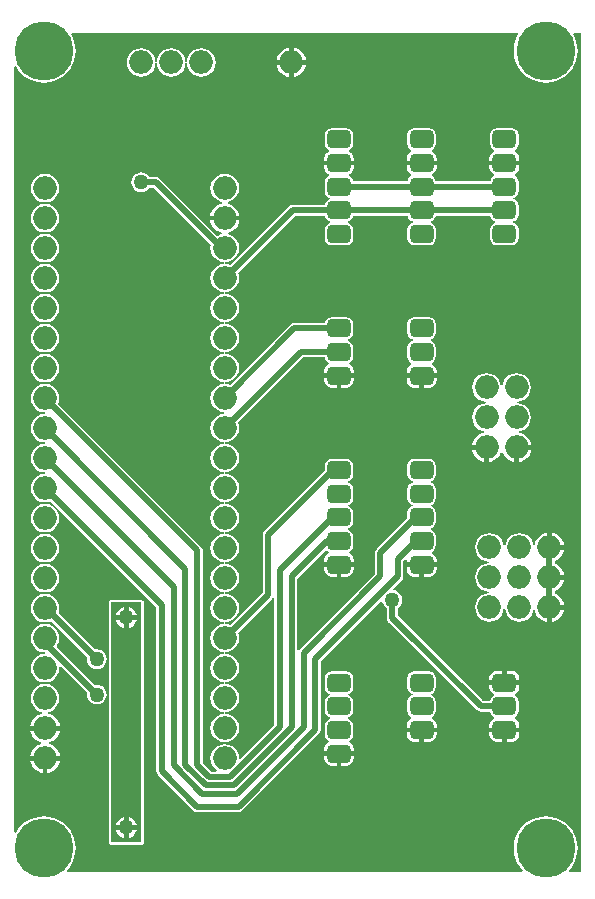
<source format=gbl>
G04*
G04 #@! TF.GenerationSoftware,Altium Limited,Altium Designer,19.1.9 (167)*
G04*
G04 Layer_Physical_Order=2*
G04 Layer_Color=16711680*
%FSLAX42Y42*%
%MOMM*%
G71*
G01*
G75*
%ADD13C,0.50*%
%ADD19O,2.00X2.00*%
G04:AMPARAMS|DCode=20|XSize=1.5mm|YSize=2mm|CornerRadius=0.38mm|HoleSize=0mm|Usage=FLASHONLY|Rotation=270.000|XOffset=0mm|YOffset=0mm|HoleType=Round|Shape=RoundedRectangle|*
%AMROUNDEDRECTD20*
21,1,1.50,1.25,0,0,270.0*
21,1,0.75,2.00,0,0,270.0*
1,1,0.75,-0.63,-0.38*
1,1,0.75,-0.63,0.38*
1,1,0.75,0.63,0.38*
1,1,0.75,0.63,-0.38*
%
%ADD20ROUNDEDRECTD20*%
%ADD21C,5.00*%
%ADD22O,2.00X2.00*%
%ADD23C,1.27*%
G36*
X8550Y2800D02*
X8451D01*
X8445Y2813D01*
X8469Y2841D01*
X8491Y2877D01*
X8508Y2916D01*
X8518Y2958D01*
X8521Y3000D01*
X8518Y3042D01*
X8508Y3084D01*
X8491Y3123D01*
X8469Y3159D01*
X8442Y3192D01*
X8409Y3219D01*
X8373Y3241D01*
X8334Y3258D01*
X8292Y3267D01*
X8250Y3271D01*
X8208Y3267D01*
X8166Y3258D01*
X8127Y3241D01*
X8091Y3219D01*
X8058Y3192D01*
X8031Y3159D01*
X8009Y3123D01*
X7992Y3084D01*
X7982Y3042D01*
X7979Y3000D01*
X7982Y2958D01*
X7992Y2916D01*
X8009Y2877D01*
X8031Y2841D01*
X8055Y2813D01*
X8049Y2800D01*
X4201D01*
X4195Y2813D01*
X4219Y2841D01*
X4241Y2877D01*
X4258Y2916D01*
X4267Y2958D01*
X4271Y3000D01*
X4267Y3042D01*
X4258Y3084D01*
X4241Y3123D01*
X4219Y3159D01*
X4192Y3192D01*
X4159Y3219D01*
X4123Y3241D01*
X4084Y3258D01*
X4042Y3267D01*
X4000Y3271D01*
X3958Y3267D01*
X3916Y3258D01*
X3877Y3241D01*
X3841Y3219D01*
X3808Y3192D01*
X3781Y3159D01*
X3763Y3130D01*
X3750Y3133D01*
Y9617D01*
X3763Y9620D01*
X3781Y9591D01*
X3808Y9558D01*
X3841Y9531D01*
X3877Y9509D01*
X3916Y9492D01*
X3958Y9482D01*
X4000Y9479D01*
X4042Y9482D01*
X4084Y9492D01*
X4123Y9509D01*
X4159Y9531D01*
X4192Y9558D01*
X4219Y9591D01*
X4241Y9627D01*
X4258Y9666D01*
X4267Y9708D01*
X4271Y9750D01*
X4267Y9792D01*
X4258Y9834D01*
X4241Y9873D01*
X4232Y9889D01*
X4238Y9900D01*
X8012Y9900D01*
X8018Y9889D01*
X8009Y9873D01*
X7992Y9834D01*
X7982Y9792D01*
X7979Y9750D01*
X7982Y9708D01*
X7992Y9666D01*
X8009Y9627D01*
X8031Y9591D01*
X8058Y9558D01*
X8091Y9531D01*
X8127Y9509D01*
X8166Y9492D01*
X8208Y9482D01*
X8250Y9479D01*
X8292Y9482D01*
X8334Y9492D01*
X8373Y9509D01*
X8409Y9531D01*
X8442Y9558D01*
X8469Y9591D01*
X8491Y9627D01*
X8508Y9666D01*
X8518Y9708D01*
X8521Y9750D01*
X8518Y9792D01*
X8508Y9834D01*
X8491Y9873D01*
X8482Y9889D01*
X8488Y9900D01*
X8550D01*
Y2800D01*
D02*
G37*
%LPC*%
G36*
X6116Y9776D02*
Y9672D01*
X6220D01*
X6218Y9685D01*
X6206Y9715D01*
X6185Y9741D01*
X6159Y9762D01*
X6129Y9774D01*
X6116Y9776D01*
D02*
G37*
G36*
X6076D02*
X6063Y9774D01*
X6033Y9762D01*
X6007Y9741D01*
X5986Y9715D01*
X5974Y9685D01*
X5972Y9672D01*
X6076D01*
Y9776D01*
D02*
G37*
G36*
X5334Y9773D02*
X5303Y9769D01*
X5273Y9757D01*
X5248Y9738D01*
X5229Y9713D01*
X5217Y9683D01*
X5214Y9661D01*
X5213Y9655D01*
X5201D01*
X5200Y9661D01*
X5197Y9683D01*
X5185Y9713D01*
X5166Y9738D01*
X5141Y9757D01*
X5111Y9769D01*
X5080Y9773D01*
X5049Y9769D01*
X5019Y9757D01*
X4994Y9738D01*
X4975Y9713D01*
X4963Y9683D01*
X4960Y9661D01*
X4959Y9655D01*
X4947D01*
X4946Y9661D01*
X4943Y9683D01*
X4931Y9713D01*
X4912Y9738D01*
X4887Y9757D01*
X4857Y9769D01*
X4826Y9773D01*
X4795Y9769D01*
X4765Y9757D01*
X4740Y9738D01*
X4721Y9713D01*
X4709Y9683D01*
X4705Y9652D01*
X4709Y9621D01*
X4721Y9591D01*
X4740Y9566D01*
X4765Y9547D01*
X4795Y9535D01*
X4826Y9531D01*
X4857Y9535D01*
X4887Y9547D01*
X4912Y9566D01*
X4931Y9591D01*
X4943Y9621D01*
X4946Y9643D01*
X4947Y9649D01*
X4959D01*
X4960Y9643D01*
X4963Y9621D01*
X4975Y9591D01*
X4994Y9566D01*
X5019Y9547D01*
X5049Y9535D01*
X5080Y9531D01*
X5111Y9535D01*
X5141Y9547D01*
X5166Y9566D01*
X5185Y9591D01*
X5197Y9621D01*
X5200Y9643D01*
X5201Y9649D01*
X5213D01*
X5214Y9643D01*
X5217Y9621D01*
X5229Y9591D01*
X5248Y9566D01*
X5273Y9547D01*
X5303Y9535D01*
X5334Y9531D01*
X5365Y9535D01*
X5395Y9547D01*
X5420Y9566D01*
X5439Y9591D01*
X5451Y9621D01*
X5455Y9652D01*
X5451Y9683D01*
X5439Y9713D01*
X5420Y9738D01*
X5395Y9757D01*
X5365Y9769D01*
X5334Y9773D01*
D02*
G37*
G36*
X6220Y9632D02*
X6116D01*
Y9528D01*
X6129Y9530D01*
X6159Y9542D01*
X6185Y9563D01*
X6206Y9589D01*
X6218Y9619D01*
X6220Y9632D01*
D02*
G37*
G36*
X6076D02*
X5972D01*
X5974Y9619D01*
X5986Y9589D01*
X6007Y9563D01*
X6033Y9542D01*
X6063Y9530D01*
X6076Y9528D01*
Y9632D01*
D02*
G37*
G36*
X6562Y9096D02*
X6438D01*
X6415Y9092D01*
X6396Y9079D01*
X6383Y9060D01*
X6379Y9038D01*
Y8962D01*
X6383Y8940D01*
X6396Y8921D01*
X6413Y8910D01*
X6413Y8900D01*
X6412Y8896D01*
X6392Y8883D01*
X6378Y8862D01*
X6373Y8838D01*
Y8820D01*
X6500D01*
X6627D01*
Y8838D01*
X6622Y8862D01*
X6608Y8883D01*
X6588Y8896D01*
X6587Y8900D01*
X6587Y8910D01*
X6604Y8921D01*
X6617Y8940D01*
X6621Y8962D01*
Y9038D01*
X6617Y9060D01*
X6604Y9079D01*
X6585Y9092D01*
X6562Y9096D01*
D02*
G37*
G36*
X7962D02*
X7838D01*
X7815Y9092D01*
X7796Y9079D01*
X7783Y9060D01*
X7779Y9038D01*
Y8962D01*
X7783Y8940D01*
X7796Y8921D01*
X7813Y8910D01*
X7813Y8900D01*
X7812Y8896D01*
X7792Y8883D01*
X7778Y8862D01*
X7773Y8838D01*
Y8820D01*
X7900D01*
X8027D01*
Y8838D01*
X8022Y8862D01*
X8008Y8883D01*
X7988Y8896D01*
X7987Y8900D01*
X7987Y8910D01*
X8004Y8921D01*
X8017Y8940D01*
X8021Y8962D01*
Y9038D01*
X8017Y9060D01*
X8004Y9079D01*
X7985Y9092D01*
X7962Y9096D01*
D02*
G37*
G36*
X7262D02*
X7138D01*
X7115Y9092D01*
X7096Y9079D01*
X7083Y9060D01*
X7079Y9038D01*
Y8962D01*
X7083Y8940D01*
X7096Y8921D01*
X7113Y8910D01*
X7113Y8900D01*
X7112Y8896D01*
X7092Y8883D01*
X7078Y8862D01*
X7073Y8838D01*
Y8820D01*
X7200D01*
X7327D01*
Y8838D01*
X7322Y8862D01*
X7308Y8883D01*
X7288Y8896D01*
X7287Y8900D01*
X7287Y8910D01*
X7304Y8921D01*
X7317Y8940D01*
X7321Y8962D01*
Y9038D01*
X7317Y9060D01*
X7304Y9079D01*
X7285Y9092D01*
X7262Y9096D01*
D02*
G37*
G36*
X5533Y8709D02*
X5502Y8705D01*
X5472Y8693D01*
X5447Y8673D01*
X5428Y8648D01*
X5416Y8619D01*
X5412Y8588D01*
X5416Y8556D01*
X5428Y8527D01*
X5447Y8502D01*
X5472Y8483D01*
X5502Y8471D01*
X5509Y8470D01*
Y8457D01*
X5500Y8456D01*
X5470Y8443D01*
X5443Y8423D01*
X5423Y8397D01*
X5411Y8366D01*
X5409Y8354D01*
X5533D01*
X5657D01*
X5655Y8366D01*
X5642Y8397D01*
X5622Y8423D01*
X5596Y8443D01*
X5566Y8456D01*
X5557Y8457D01*
Y8470D01*
X5564Y8471D01*
X5593Y8483D01*
X5618Y8502D01*
X5638Y8527D01*
X5650Y8556D01*
X5654Y8588D01*
X5650Y8619D01*
X5638Y8648D01*
X5618Y8673D01*
X5593Y8693D01*
X5564Y8705D01*
X5533Y8709D01*
D02*
G37*
G36*
X6627Y8780D02*
X6500D01*
X6373D01*
Y8762D01*
X6378Y8738D01*
X6392Y8717D01*
X6412Y8704D01*
X6413Y8700D01*
X6413Y8690D01*
X6396Y8679D01*
X6383Y8660D01*
X6379Y8638D01*
Y8562D01*
X6383Y8540D01*
X6396Y8521D01*
X6415Y8508D01*
X6424Y8506D01*
Y8494D01*
X6415Y8492D01*
X6396Y8479D01*
X6383Y8460D01*
X6381Y8446D01*
X6107D01*
X6090Y8442D01*
X6075Y8432D01*
X5579Y7937D01*
X5564Y7943D01*
X5542Y7946D01*
X5536Y7946D01*
Y7959D01*
X5542Y7960D01*
X5564Y7963D01*
X5593Y7975D01*
X5618Y7994D01*
X5638Y8019D01*
X5650Y8048D01*
X5654Y8080D01*
X5650Y8111D01*
X5638Y8140D01*
X5618Y8165D01*
X5593Y8185D01*
X5564Y8197D01*
X5557Y8198D01*
Y8210D01*
X5566Y8212D01*
X5596Y8224D01*
X5622Y8244D01*
X5642Y8270D01*
X5655Y8301D01*
X5657Y8314D01*
X5533D01*
X5409D01*
X5411Y8301D01*
X5423Y8270D01*
X5443Y8244D01*
X5470Y8224D01*
X5500Y8212D01*
X5509Y8210D01*
Y8198D01*
X5502Y8197D01*
X5472Y8185D01*
X5471Y8183D01*
X4985Y8668D01*
X4971Y8678D01*
X4953Y8682D01*
X4896D01*
X4886Y8696D01*
X4868Y8709D01*
X4848Y8717D01*
X4826Y8720D01*
X4804Y8717D01*
X4784Y8709D01*
X4766Y8696D01*
X4753Y8678D01*
X4745Y8658D01*
X4742Y8636D01*
X4745Y8614D01*
X4753Y8594D01*
X4766Y8576D01*
X4784Y8563D01*
X4804Y8555D01*
X4826Y8552D01*
X4848Y8555D01*
X4868Y8563D01*
X4886Y8576D01*
X4896Y8590D01*
X4934D01*
X5416Y8109D01*
X5412Y8080D01*
X5416Y8048D01*
X5428Y8019D01*
X5447Y7994D01*
X5472Y7975D01*
X5502Y7963D01*
X5524Y7960D01*
X5529Y7959D01*
Y7946D01*
X5524Y7946D01*
X5502Y7943D01*
X5472Y7931D01*
X5447Y7911D01*
X5428Y7886D01*
X5416Y7857D01*
X5412Y7826D01*
X5416Y7794D01*
X5428Y7765D01*
X5447Y7740D01*
X5472Y7721D01*
X5502Y7709D01*
X5524Y7706D01*
X5529Y7705D01*
Y7692D01*
X5524Y7692D01*
X5502Y7689D01*
X5472Y7677D01*
X5447Y7657D01*
X5428Y7632D01*
X5416Y7603D01*
X5412Y7572D01*
X5416Y7540D01*
X5428Y7511D01*
X5447Y7486D01*
X5472Y7467D01*
X5502Y7455D01*
X5524Y7452D01*
X5529Y7451D01*
Y7438D01*
X5524Y7438D01*
X5502Y7435D01*
X5472Y7423D01*
X5447Y7403D01*
X5428Y7378D01*
X5416Y7349D01*
X5412Y7318D01*
X5416Y7286D01*
X5428Y7257D01*
X5447Y7232D01*
X5472Y7213D01*
X5502Y7201D01*
X5524Y7198D01*
X5529Y7197D01*
Y7184D01*
X5524Y7184D01*
X5502Y7181D01*
X5472Y7169D01*
X5447Y7149D01*
X5428Y7124D01*
X5416Y7095D01*
X5412Y7064D01*
X5416Y7032D01*
X5428Y7003D01*
X5447Y6978D01*
X5472Y6959D01*
X5502Y6947D01*
X5524Y6944D01*
X5529Y6943D01*
Y6930D01*
X5524Y6930D01*
X5502Y6927D01*
X5472Y6915D01*
X5447Y6895D01*
X5428Y6870D01*
X5416Y6841D01*
X5412Y6810D01*
X5416Y6778D01*
X5428Y6749D01*
X5447Y6724D01*
X5472Y6705D01*
X5502Y6693D01*
X5524Y6690D01*
X5529Y6689D01*
Y6676D01*
X5524Y6676D01*
X5502Y6673D01*
X5472Y6661D01*
X5447Y6641D01*
X5428Y6616D01*
X5416Y6587D01*
X5412Y6556D01*
X5416Y6524D01*
X5428Y6495D01*
X5447Y6470D01*
X5472Y6451D01*
X5502Y6439D01*
X5524Y6436D01*
X5529Y6435D01*
Y6422D01*
X5524Y6422D01*
X5502Y6419D01*
X5472Y6407D01*
X5447Y6387D01*
X5428Y6362D01*
X5416Y6333D01*
X5412Y6302D01*
X5416Y6270D01*
X5428Y6241D01*
X5447Y6216D01*
X5472Y6197D01*
X5502Y6185D01*
X5524Y6182D01*
X5529Y6181D01*
Y6168D01*
X5524Y6168D01*
X5502Y6165D01*
X5472Y6153D01*
X5447Y6133D01*
X5428Y6108D01*
X5416Y6079D01*
X5412Y6048D01*
X5416Y6016D01*
X5428Y5987D01*
X5447Y5962D01*
X5472Y5943D01*
X5502Y5931D01*
X5524Y5928D01*
X5529Y5927D01*
Y5914D01*
X5524Y5914D01*
X5502Y5911D01*
X5472Y5899D01*
X5447Y5879D01*
X5428Y5854D01*
X5416Y5825D01*
X5412Y5794D01*
X5416Y5762D01*
X5428Y5733D01*
X5447Y5708D01*
X5472Y5689D01*
X5502Y5677D01*
X5524Y5674D01*
X5529Y5673D01*
Y5660D01*
X5524Y5660D01*
X5502Y5657D01*
X5472Y5645D01*
X5447Y5625D01*
X5428Y5600D01*
X5416Y5571D01*
X5412Y5540D01*
X5416Y5508D01*
X5428Y5479D01*
X5447Y5454D01*
X5472Y5435D01*
X5502Y5423D01*
X5524Y5420D01*
X5529Y5419D01*
Y5406D01*
X5524Y5406D01*
X5502Y5403D01*
X5472Y5391D01*
X5447Y5371D01*
X5428Y5346D01*
X5416Y5317D01*
X5412Y5286D01*
X5416Y5254D01*
X5428Y5225D01*
X5447Y5200D01*
X5472Y5181D01*
X5502Y5169D01*
X5524Y5166D01*
X5529Y5165D01*
Y5152D01*
X5524Y5152D01*
X5502Y5149D01*
X5472Y5137D01*
X5447Y5117D01*
X5428Y5092D01*
X5416Y5063D01*
X5412Y5032D01*
X5416Y5000D01*
X5428Y4971D01*
X5447Y4946D01*
X5472Y4927D01*
X5502Y4915D01*
X5524Y4912D01*
X5529Y4911D01*
Y4898D01*
X5524Y4898D01*
X5502Y4895D01*
X5472Y4883D01*
X5447Y4863D01*
X5428Y4838D01*
X5416Y4809D01*
X5412Y4778D01*
X5416Y4746D01*
X5428Y4717D01*
X5447Y4692D01*
X5472Y4673D01*
X5502Y4661D01*
X5524Y4658D01*
X5529Y4657D01*
Y4644D01*
X5524Y4644D01*
X5502Y4641D01*
X5472Y4629D01*
X5447Y4609D01*
X5428Y4584D01*
X5416Y4555D01*
X5412Y4524D01*
X5416Y4492D01*
X5428Y4463D01*
X5447Y4438D01*
X5472Y4419D01*
X5502Y4407D01*
X5524Y4404D01*
X5529Y4403D01*
Y4390D01*
X5524Y4390D01*
X5502Y4387D01*
X5472Y4375D01*
X5447Y4355D01*
X5428Y4330D01*
X5416Y4301D01*
X5412Y4270D01*
X5416Y4238D01*
X5428Y4209D01*
X5447Y4184D01*
X5472Y4165D01*
X5502Y4153D01*
X5524Y4150D01*
X5529Y4149D01*
Y4136D01*
X5524Y4136D01*
X5502Y4133D01*
X5472Y4121D01*
X5447Y4101D01*
X5428Y4076D01*
X5416Y4047D01*
X5412Y4016D01*
X5416Y3984D01*
X5428Y3955D01*
X5447Y3930D01*
X5472Y3911D01*
X5502Y3899D01*
X5533Y3895D01*
X5564Y3899D01*
X5593Y3911D01*
X5618Y3930D01*
X5638Y3955D01*
X5650Y3984D01*
X5654Y4016D01*
X5650Y4047D01*
X5638Y4076D01*
X5618Y4101D01*
X5593Y4121D01*
X5564Y4133D01*
X5542Y4136D01*
X5536Y4136D01*
Y4149D01*
X5542Y4150D01*
X5564Y4153D01*
X5593Y4165D01*
X5618Y4184D01*
X5638Y4209D01*
X5650Y4238D01*
X5654Y4270D01*
X5650Y4301D01*
X5638Y4330D01*
X5618Y4355D01*
X5593Y4375D01*
X5564Y4387D01*
X5542Y4390D01*
X5536Y4390D01*
Y4403D01*
X5542Y4404D01*
X5564Y4407D01*
X5593Y4419D01*
X5618Y4438D01*
X5638Y4463D01*
X5650Y4492D01*
X5654Y4524D01*
X5650Y4555D01*
X5638Y4584D01*
X5618Y4609D01*
X5593Y4629D01*
X5564Y4641D01*
X5542Y4644D01*
X5536Y4644D01*
Y4657D01*
X5542Y4658D01*
X5564Y4661D01*
X5593Y4673D01*
X5618Y4692D01*
X5638Y4717D01*
X5650Y4746D01*
X5654Y4778D01*
X5650Y4809D01*
X5644Y4824D01*
X5932Y5112D01*
X5935Y5116D01*
X5952Y5118D01*
X5954Y5116D01*
Y4040D01*
X5665Y3751D01*
X5654Y3757D01*
X5654Y3759D01*
X5650Y3790D01*
X5638Y3820D01*
X5618Y3845D01*
X5593Y3864D01*
X5564Y3876D01*
X5533Y3880D01*
X5502Y3876D01*
X5472Y3864D01*
X5447Y3845D01*
X5428Y3820D01*
X5416Y3790D01*
X5412Y3759D01*
X5416Y3728D01*
X5428Y3699D01*
X5447Y3674D01*
X5467Y3659D01*
X5462Y3646D01*
X5419D01*
X5346Y3719D01*
Y5520D01*
X5342Y5538D01*
X5332Y5552D01*
X4122Y6763D01*
X4128Y6777D01*
X4132Y6809D01*
X4128Y6840D01*
X4116Y6869D01*
X4097Y6894D01*
X4072Y6913D01*
X4043Y6926D01*
X4020Y6928D01*
X4015Y6929D01*
Y6942D01*
X4020Y6943D01*
X4043Y6946D01*
X4072Y6958D01*
X4097Y6977D01*
X4116Y7002D01*
X4128Y7031D01*
X4132Y7063D01*
X4128Y7094D01*
X4116Y7123D01*
X4097Y7148D01*
X4072Y7167D01*
X4043Y7180D01*
X4020Y7182D01*
X4015Y7183D01*
Y7196D01*
X4020Y7197D01*
X4043Y7200D01*
X4072Y7212D01*
X4097Y7231D01*
X4116Y7256D01*
X4128Y7285D01*
X4132Y7317D01*
X4128Y7348D01*
X4116Y7377D01*
X4097Y7402D01*
X4072Y7421D01*
X4043Y7434D01*
X4020Y7436D01*
X4015Y7437D01*
Y7450D01*
X4020Y7451D01*
X4043Y7454D01*
X4072Y7466D01*
X4097Y7485D01*
X4116Y7510D01*
X4128Y7539D01*
X4132Y7571D01*
X4128Y7602D01*
X4116Y7631D01*
X4097Y7656D01*
X4072Y7675D01*
X4043Y7688D01*
X4020Y7690D01*
X4015Y7691D01*
Y7704D01*
X4020Y7705D01*
X4043Y7708D01*
X4072Y7720D01*
X4097Y7739D01*
X4116Y7764D01*
X4128Y7793D01*
X4132Y7825D01*
X4128Y7856D01*
X4116Y7885D01*
X4097Y7910D01*
X4072Y7929D01*
X4043Y7942D01*
X4020Y7944D01*
X4015Y7945D01*
Y7958D01*
X4020Y7959D01*
X4043Y7962D01*
X4072Y7974D01*
X4097Y7993D01*
X4116Y8018D01*
X4128Y8047D01*
X4132Y8079D01*
X4128Y8110D01*
X4116Y8139D01*
X4097Y8164D01*
X4072Y8183D01*
X4043Y8196D01*
X4020Y8198D01*
X4015Y8199D01*
Y8212D01*
X4020Y8213D01*
X4043Y8216D01*
X4072Y8228D01*
X4097Y8247D01*
X4116Y8272D01*
X4128Y8301D01*
X4132Y8333D01*
X4128Y8364D01*
X4116Y8393D01*
X4097Y8418D01*
X4072Y8437D01*
X4043Y8450D01*
X4020Y8452D01*
X4015Y8453D01*
Y8466D01*
X4020Y8467D01*
X4043Y8470D01*
X4072Y8482D01*
X4097Y8501D01*
X4116Y8526D01*
X4128Y8555D01*
X4132Y8587D01*
X4128Y8618D01*
X4116Y8647D01*
X4097Y8672D01*
X4072Y8691D01*
X4043Y8704D01*
X4011Y8708D01*
X3980Y8704D01*
X3951Y8691D01*
X3926Y8672D01*
X3907Y8647D01*
X3894Y8618D01*
X3890Y8587D01*
X3894Y8555D01*
X3907Y8526D01*
X3926Y8501D01*
X3951Y8482D01*
X3980Y8470D01*
X4002Y8467D01*
X4008Y8466D01*
Y8453D01*
X4002Y8452D01*
X3980Y8450D01*
X3951Y8437D01*
X3926Y8418D01*
X3907Y8393D01*
X3894Y8364D01*
X3890Y8333D01*
X3894Y8301D01*
X3907Y8272D01*
X3926Y8247D01*
X3951Y8228D01*
X3980Y8216D01*
X4002Y8213D01*
X4008Y8212D01*
Y8199D01*
X4002Y8198D01*
X3980Y8196D01*
X3951Y8183D01*
X3926Y8164D01*
X3907Y8139D01*
X3894Y8110D01*
X3890Y8079D01*
X3894Y8047D01*
X3907Y8018D01*
X3926Y7993D01*
X3951Y7974D01*
X3980Y7962D01*
X4002Y7959D01*
X4008Y7958D01*
Y7945D01*
X4002Y7944D01*
X3980Y7942D01*
X3951Y7929D01*
X3926Y7910D01*
X3907Y7885D01*
X3894Y7856D01*
X3890Y7825D01*
X3894Y7793D01*
X3907Y7764D01*
X3926Y7739D01*
X3951Y7720D01*
X3980Y7708D01*
X4002Y7705D01*
X4008Y7704D01*
Y7691D01*
X4002Y7690D01*
X3980Y7688D01*
X3951Y7675D01*
X3926Y7656D01*
X3907Y7631D01*
X3894Y7602D01*
X3890Y7571D01*
X3894Y7539D01*
X3907Y7510D01*
X3926Y7485D01*
X3951Y7466D01*
X3980Y7454D01*
X4002Y7451D01*
X4008Y7450D01*
Y7437D01*
X4002Y7436D01*
X3980Y7434D01*
X3951Y7421D01*
X3926Y7402D01*
X3907Y7377D01*
X3894Y7348D01*
X3890Y7317D01*
X3894Y7285D01*
X3907Y7256D01*
X3926Y7231D01*
X3951Y7212D01*
X3980Y7200D01*
X4002Y7197D01*
X4008Y7196D01*
Y7183D01*
X4002Y7182D01*
X3980Y7180D01*
X3951Y7167D01*
X3926Y7148D01*
X3907Y7123D01*
X3894Y7094D01*
X3890Y7063D01*
X3894Y7031D01*
X3907Y7002D01*
X3926Y6977D01*
X3951Y6958D01*
X3980Y6946D01*
X4002Y6943D01*
X4008Y6942D01*
Y6929D01*
X4002Y6928D01*
X3980Y6926D01*
X3951Y6913D01*
X3926Y6894D01*
X3907Y6869D01*
X3894Y6840D01*
X3890Y6809D01*
X3894Y6777D01*
X3907Y6748D01*
X3926Y6723D01*
X3951Y6704D01*
X3980Y6692D01*
X4002Y6689D01*
X4008Y6688D01*
Y6675D01*
X4002Y6674D01*
X3980Y6672D01*
X3951Y6659D01*
X3926Y6640D01*
X3907Y6615D01*
X3894Y6586D01*
X3890Y6555D01*
X3894Y6523D01*
X3907Y6494D01*
X3926Y6469D01*
X3951Y6450D01*
X3980Y6438D01*
X4002Y6435D01*
X4008Y6434D01*
Y6421D01*
X4002Y6420D01*
X3980Y6418D01*
X3951Y6405D01*
X3926Y6386D01*
X3907Y6361D01*
X3894Y6332D01*
X3890Y6301D01*
X3894Y6269D01*
X3907Y6240D01*
X3926Y6215D01*
X3951Y6196D01*
X3980Y6184D01*
X4002Y6181D01*
X4008Y6180D01*
Y6167D01*
X4002Y6166D01*
X3980Y6164D01*
X3951Y6151D01*
X3926Y6132D01*
X3907Y6107D01*
X3894Y6078D01*
X3890Y6047D01*
X3894Y6015D01*
X3907Y5986D01*
X3926Y5961D01*
X3951Y5942D01*
X3980Y5930D01*
X4002Y5927D01*
X4008Y5926D01*
Y5913D01*
X4002Y5912D01*
X3980Y5910D01*
X3951Y5897D01*
X3926Y5878D01*
X3907Y5853D01*
X3894Y5824D01*
X3890Y5793D01*
X3894Y5761D01*
X3907Y5732D01*
X3926Y5707D01*
X3951Y5688D01*
X3980Y5676D01*
X4002Y5673D01*
X4008Y5672D01*
Y5659D01*
X4002Y5658D01*
X3980Y5656D01*
X3951Y5643D01*
X3926Y5624D01*
X3907Y5599D01*
X3894Y5570D01*
X3890Y5539D01*
X3894Y5507D01*
X3907Y5478D01*
X3926Y5453D01*
X3951Y5434D01*
X3980Y5422D01*
X4002Y5419D01*
X4008Y5418D01*
Y5405D01*
X4002Y5404D01*
X3980Y5402D01*
X3951Y5389D01*
X3926Y5370D01*
X3907Y5345D01*
X3894Y5316D01*
X3890Y5285D01*
X3894Y5253D01*
X3907Y5224D01*
X3926Y5199D01*
X3951Y5180D01*
X3980Y5168D01*
X4002Y5165D01*
X4008Y5164D01*
Y5151D01*
X4002Y5150D01*
X3980Y5148D01*
X3951Y5135D01*
X3926Y5116D01*
X3907Y5091D01*
X3894Y5062D01*
X3890Y5031D01*
X3894Y4999D01*
X3907Y4970D01*
X3926Y4945D01*
X3951Y4926D01*
X3980Y4914D01*
X4002Y4911D01*
X4008Y4910D01*
Y4897D01*
X4002Y4896D01*
X3980Y4894D01*
X3951Y4881D01*
X3926Y4862D01*
X3907Y4837D01*
X3894Y4808D01*
X3890Y4777D01*
X3894Y4745D01*
X3907Y4716D01*
X3926Y4691D01*
X3951Y4672D01*
X3980Y4660D01*
X4002Y4657D01*
X4008Y4656D01*
Y4643D01*
X4002Y4642D01*
X3980Y4640D01*
X3951Y4627D01*
X3926Y4608D01*
X3907Y4583D01*
X3894Y4554D01*
X3890Y4523D01*
X3894Y4491D01*
X3907Y4462D01*
X3926Y4437D01*
X3951Y4418D01*
X3980Y4406D01*
X4002Y4403D01*
X4008Y4402D01*
Y4389D01*
X4002Y4388D01*
X3980Y4386D01*
X3951Y4373D01*
X3926Y4354D01*
X3907Y4329D01*
X3894Y4300D01*
X3890Y4269D01*
X3894Y4237D01*
X3907Y4208D01*
X3926Y4183D01*
X3951Y4164D01*
X3980Y4152D01*
X3987Y4151D01*
Y4138D01*
X3979Y4137D01*
X3948Y4124D01*
X3922Y4104D01*
X3902Y4078D01*
X3889Y4047D01*
X3888Y4035D01*
X4011D01*
X4135D01*
X4134Y4047D01*
X4121Y4078D01*
X4101Y4104D01*
X4075Y4124D01*
X4044Y4137D01*
X4035Y4138D01*
Y4151D01*
X4043Y4152D01*
X4072Y4164D01*
X4097Y4183D01*
X4116Y4208D01*
X4128Y4237D01*
X4132Y4269D01*
X4128Y4300D01*
X4116Y4329D01*
X4097Y4354D01*
X4072Y4373D01*
X4043Y4386D01*
X4020Y4388D01*
X4015Y4389D01*
Y4402D01*
X4020Y4403D01*
X4043Y4406D01*
X4072Y4418D01*
X4097Y4437D01*
X4116Y4462D01*
X4128Y4491D01*
X4132Y4523D01*
X4131Y4537D01*
X4143Y4543D01*
X4368Y4317D01*
X4366Y4300D01*
X4369Y4278D01*
X4377Y4258D01*
X4390Y4240D01*
X4408Y4227D01*
X4428Y4219D01*
X4450Y4216D01*
X4472Y4219D01*
X4492Y4227D01*
X4510Y4240D01*
X4523Y4258D01*
X4531Y4278D01*
X4534Y4300D01*
X4531Y4322D01*
X4523Y4342D01*
X4510Y4360D01*
X4492Y4373D01*
X4472Y4381D01*
X4450Y4384D01*
X4433Y4382D01*
X4109Y4706D01*
X4116Y4716D01*
X4128Y4745D01*
X4132Y4777D01*
X4128Y4808D01*
X4116Y4837D01*
X4097Y4862D01*
X4072Y4881D01*
X4043Y4894D01*
X4020Y4896D01*
X4015Y4897D01*
Y4910D01*
X4020Y4911D01*
X4043Y4914D01*
X4063Y4922D01*
X4368Y4617D01*
X4366Y4600D01*
X4369Y4578D01*
X4377Y4558D01*
X4390Y4540D01*
X4408Y4527D01*
X4428Y4519D01*
X4450Y4516D01*
X4472Y4519D01*
X4492Y4527D01*
X4510Y4540D01*
X4523Y4558D01*
X4531Y4578D01*
X4534Y4600D01*
X4531Y4622D01*
X4523Y4642D01*
X4510Y4660D01*
X4492Y4673D01*
X4472Y4681D01*
X4450Y4684D01*
X4433Y4682D01*
X4125Y4990D01*
X4128Y4999D01*
X4132Y5031D01*
X4128Y5062D01*
X4116Y5091D01*
X4097Y5116D01*
X4072Y5135D01*
X4043Y5148D01*
X4020Y5150D01*
X4015Y5151D01*
Y5164D01*
X4020Y5165D01*
X4043Y5168D01*
X4072Y5180D01*
X4097Y5199D01*
X4116Y5224D01*
X4128Y5253D01*
X4132Y5285D01*
X4128Y5316D01*
X4116Y5345D01*
X4097Y5370D01*
X4072Y5389D01*
X4043Y5402D01*
X4020Y5404D01*
X4015Y5405D01*
Y5418D01*
X4020Y5419D01*
X4043Y5422D01*
X4072Y5434D01*
X4097Y5453D01*
X4116Y5478D01*
X4128Y5507D01*
X4132Y5539D01*
X4128Y5570D01*
X4116Y5599D01*
X4097Y5624D01*
X4072Y5643D01*
X4043Y5656D01*
X4020Y5658D01*
X4015Y5659D01*
Y5672D01*
X4020Y5673D01*
X4043Y5676D01*
X4072Y5688D01*
X4097Y5707D01*
X4116Y5732D01*
X4128Y5761D01*
X4132Y5793D01*
X4128Y5824D01*
X4116Y5853D01*
X4097Y5878D01*
X4072Y5897D01*
X4043Y5910D01*
X4020Y5912D01*
X4015Y5913D01*
Y5926D01*
X4020Y5927D01*
X4043Y5930D01*
X4057Y5936D01*
X4954Y5039D01*
Y3650D01*
X4958Y3632D01*
X4968Y3618D01*
X5268Y3318D01*
X5282Y3308D01*
X5300Y3304D01*
X5650D01*
X5668Y3308D01*
X5682Y3318D01*
X6332Y3968D01*
X6342Y3982D01*
X6346Y4000D01*
Y4581D01*
X6854Y5089D01*
X6868Y5085D01*
X6869Y5078D01*
X6877Y5058D01*
X6890Y5040D01*
X6904Y5030D01*
Y4950D01*
X6908Y4932D01*
X6918Y4918D01*
X7668Y4168D01*
X7682Y4158D01*
X7700Y4154D01*
X7781D01*
X7783Y4140D01*
X7796Y4121D01*
X7813Y4110D01*
X7813Y4100D01*
X7812Y4096D01*
X7792Y4083D01*
X7778Y4062D01*
X7773Y4038D01*
Y4020D01*
X7900D01*
X8027D01*
Y4038D01*
X8022Y4062D01*
X8008Y4083D01*
X7988Y4096D01*
X7987Y4100D01*
X7987Y4110D01*
X8004Y4121D01*
X8017Y4140D01*
X8021Y4162D01*
Y4238D01*
X8017Y4260D01*
X8004Y4279D01*
X7987Y4290D01*
X7987Y4300D01*
X7988Y4304D01*
X8008Y4317D01*
X8022Y4338D01*
X8027Y4362D01*
Y4380D01*
X7900D01*
X7773D01*
Y4362D01*
X7778Y4338D01*
X7792Y4317D01*
X7812Y4304D01*
X7813Y4300D01*
X7813Y4290D01*
X7796Y4279D01*
X7783Y4260D01*
X7781Y4246D01*
X7719D01*
X6996Y4969D01*
Y5030D01*
X7010Y5040D01*
X7023Y5058D01*
X7031Y5078D01*
X7034Y5100D01*
X7031Y5122D01*
X7023Y5142D01*
X7010Y5160D01*
X6992Y5173D01*
X6972Y5181D01*
X6965Y5182D01*
X6961Y5196D01*
X7032Y5268D01*
X7042Y5282D01*
X7046Y5300D01*
Y5431D01*
X7062Y5448D01*
X7074Y5441D01*
X7073Y5438D01*
Y5420D01*
X7200D01*
X7327D01*
Y5438D01*
X7322Y5462D01*
X7308Y5483D01*
X7288Y5496D01*
X7287Y5500D01*
X7287Y5510D01*
X7304Y5521D01*
X7317Y5540D01*
X7321Y5562D01*
Y5638D01*
X7317Y5660D01*
X7304Y5679D01*
X7285Y5692D01*
X7276Y5694D01*
Y5706D01*
X7285Y5708D01*
X7304Y5721D01*
X7317Y5740D01*
X7321Y5762D01*
Y5838D01*
X7317Y5860D01*
X7304Y5879D01*
X7285Y5892D01*
X7276Y5894D01*
Y5906D01*
X7285Y5908D01*
X7304Y5921D01*
X7317Y5940D01*
X7321Y5962D01*
Y6038D01*
X7317Y6060D01*
X7304Y6079D01*
X7285Y6092D01*
X7276Y6094D01*
Y6106D01*
X7285Y6108D01*
X7304Y6121D01*
X7317Y6140D01*
X7321Y6162D01*
Y6238D01*
X7317Y6260D01*
X7304Y6279D01*
X7285Y6292D01*
X7262Y6296D01*
X7138D01*
X7115Y6292D01*
X7096Y6279D01*
X7083Y6260D01*
X7079Y6238D01*
Y6162D01*
X7083Y6140D01*
X7096Y6121D01*
X7115Y6108D01*
X7124Y6106D01*
Y6094D01*
X7115Y6092D01*
X7096Y6079D01*
X7083Y6060D01*
X7079Y6038D01*
Y5962D01*
X7083Y5940D01*
X7096Y5921D01*
X7115Y5908D01*
X7124Y5906D01*
Y5894D01*
X7115Y5892D01*
X7096Y5879D01*
X7083Y5860D01*
X7079Y5838D01*
Y5794D01*
X6818Y5532D01*
X6808Y5518D01*
X6804Y5500D01*
Y5319D01*
X6168Y4682D01*
X6165Y4679D01*
X6148Y4677D01*
X6146Y4678D01*
Y5281D01*
X6387Y5522D01*
X6396Y5521D01*
X6413Y5510D01*
X6413Y5500D01*
X6412Y5496D01*
X6392Y5483D01*
X6378Y5462D01*
X6373Y5438D01*
Y5420D01*
X6500D01*
X6627D01*
Y5438D01*
X6622Y5462D01*
X6608Y5483D01*
X6588Y5496D01*
X6587Y5500D01*
X6587Y5510D01*
X6604Y5521D01*
X6617Y5540D01*
X6621Y5562D01*
Y5638D01*
X6617Y5660D01*
X6604Y5679D01*
X6585Y5692D01*
X6576Y5694D01*
Y5706D01*
X6585Y5708D01*
X6604Y5721D01*
X6617Y5740D01*
X6621Y5762D01*
Y5838D01*
X6617Y5860D01*
X6604Y5879D01*
X6585Y5892D01*
X6576Y5894D01*
Y5906D01*
X6585Y5908D01*
X6604Y5921D01*
X6617Y5940D01*
X6621Y5962D01*
Y6038D01*
X6617Y6060D01*
X6604Y6079D01*
X6585Y6092D01*
X6576Y6094D01*
Y6106D01*
X6585Y6108D01*
X6604Y6121D01*
X6617Y6140D01*
X6621Y6162D01*
Y6238D01*
X6617Y6260D01*
X6604Y6279D01*
X6585Y6292D01*
X6562Y6296D01*
X6438D01*
X6415Y6292D01*
X6396Y6279D01*
X6383Y6260D01*
X6379Y6238D01*
Y6194D01*
X5868Y5682D01*
X5858Y5668D01*
X5854Y5650D01*
Y5164D01*
X5579Y4889D01*
X5564Y4895D01*
X5542Y4898D01*
X5536Y4898D01*
Y4911D01*
X5542Y4912D01*
X5564Y4915D01*
X5593Y4927D01*
X5618Y4946D01*
X5638Y4971D01*
X5650Y5000D01*
X5654Y5032D01*
X5650Y5063D01*
X5638Y5092D01*
X5618Y5117D01*
X5593Y5137D01*
X5564Y5149D01*
X5542Y5152D01*
X5536Y5152D01*
Y5165D01*
X5542Y5166D01*
X5564Y5169D01*
X5593Y5181D01*
X5618Y5200D01*
X5638Y5225D01*
X5650Y5254D01*
X5654Y5286D01*
X5650Y5317D01*
X5638Y5346D01*
X5618Y5371D01*
X5593Y5391D01*
X5564Y5403D01*
X5542Y5406D01*
X5536Y5406D01*
Y5419D01*
X5542Y5420D01*
X5564Y5423D01*
X5593Y5435D01*
X5618Y5454D01*
X5638Y5479D01*
X5650Y5508D01*
X5654Y5540D01*
X5650Y5571D01*
X5638Y5600D01*
X5618Y5625D01*
X5593Y5645D01*
X5564Y5657D01*
X5542Y5660D01*
X5536Y5660D01*
Y5673D01*
X5542Y5674D01*
X5564Y5677D01*
X5593Y5689D01*
X5618Y5708D01*
X5638Y5733D01*
X5650Y5762D01*
X5654Y5794D01*
X5650Y5825D01*
X5638Y5854D01*
X5618Y5879D01*
X5593Y5899D01*
X5564Y5911D01*
X5542Y5914D01*
X5536Y5914D01*
Y5927D01*
X5542Y5928D01*
X5564Y5931D01*
X5593Y5943D01*
X5618Y5962D01*
X5638Y5987D01*
X5650Y6016D01*
X5654Y6048D01*
X5650Y6079D01*
X5638Y6108D01*
X5618Y6133D01*
X5593Y6153D01*
X5564Y6165D01*
X5542Y6168D01*
X5536Y6168D01*
Y6181D01*
X5542Y6182D01*
X5564Y6185D01*
X5593Y6197D01*
X5618Y6216D01*
X5638Y6241D01*
X5650Y6270D01*
X5654Y6302D01*
X5650Y6333D01*
X5638Y6362D01*
X5618Y6387D01*
X5593Y6407D01*
X5564Y6419D01*
X5542Y6422D01*
X5536Y6422D01*
Y6435D01*
X5542Y6436D01*
X5564Y6439D01*
X5593Y6451D01*
X5618Y6470D01*
X5638Y6495D01*
X5650Y6524D01*
X5654Y6556D01*
X5650Y6587D01*
X5644Y6602D01*
X6196Y7154D01*
X6381D01*
X6383Y7140D01*
X6396Y7121D01*
X6413Y7110D01*
X6413Y7100D01*
X6412Y7096D01*
X6392Y7083D01*
X6378Y7062D01*
X6373Y7038D01*
Y7020D01*
X6500D01*
X6627D01*
Y7038D01*
X6622Y7062D01*
X6608Y7083D01*
X6588Y7096D01*
X6587Y7100D01*
X6587Y7110D01*
X6604Y7121D01*
X6617Y7140D01*
X6621Y7162D01*
Y7238D01*
X6617Y7260D01*
X6604Y7279D01*
X6585Y7292D01*
X6576Y7294D01*
Y7306D01*
X6585Y7308D01*
X6604Y7321D01*
X6617Y7340D01*
X6621Y7362D01*
Y7438D01*
X6617Y7460D01*
X6604Y7479D01*
X6585Y7492D01*
X6562Y7496D01*
X6438D01*
X6415Y7492D01*
X6396Y7479D01*
X6383Y7460D01*
X6381Y7446D01*
X6123D01*
X6106Y7442D01*
X6091Y7432D01*
X5579Y6921D01*
X5564Y6927D01*
X5542Y6930D01*
X5536Y6930D01*
Y6943D01*
X5542Y6944D01*
X5564Y6947D01*
X5593Y6959D01*
X5618Y6978D01*
X5638Y7003D01*
X5650Y7032D01*
X5654Y7064D01*
X5650Y7095D01*
X5638Y7124D01*
X5618Y7149D01*
X5593Y7169D01*
X5564Y7181D01*
X5542Y7184D01*
X5536Y7184D01*
Y7197D01*
X5542Y7198D01*
X5564Y7201D01*
X5593Y7213D01*
X5618Y7232D01*
X5638Y7257D01*
X5650Y7286D01*
X5654Y7318D01*
X5650Y7349D01*
X5638Y7378D01*
X5618Y7403D01*
X5593Y7423D01*
X5564Y7435D01*
X5542Y7438D01*
X5536Y7438D01*
Y7451D01*
X5542Y7452D01*
X5564Y7455D01*
X5593Y7467D01*
X5618Y7486D01*
X5638Y7511D01*
X5650Y7540D01*
X5654Y7572D01*
X5650Y7603D01*
X5638Y7632D01*
X5618Y7657D01*
X5593Y7677D01*
X5564Y7689D01*
X5542Y7692D01*
X5536Y7692D01*
Y7705D01*
X5542Y7706D01*
X5564Y7709D01*
X5593Y7721D01*
X5618Y7740D01*
X5638Y7765D01*
X5650Y7794D01*
X5654Y7826D01*
X5650Y7857D01*
X5644Y7872D01*
X6126Y8354D01*
X6381D01*
X6383Y8340D01*
X6396Y8321D01*
X6415Y8308D01*
X6424Y8306D01*
Y8294D01*
X6415Y8292D01*
X6396Y8279D01*
X6383Y8260D01*
X6379Y8238D01*
Y8162D01*
X6383Y8140D01*
X6396Y8121D01*
X6415Y8108D01*
X6438Y8104D01*
X6562D01*
X6585Y8108D01*
X6604Y8121D01*
X6617Y8140D01*
X6621Y8162D01*
Y8238D01*
X6617Y8260D01*
X6604Y8279D01*
X6585Y8292D01*
X6576Y8294D01*
Y8306D01*
X6585Y8308D01*
X6604Y8321D01*
X6617Y8340D01*
X6619Y8354D01*
X7081D01*
X7083Y8340D01*
X7096Y8321D01*
X7115Y8308D01*
X7124Y8306D01*
Y8294D01*
X7115Y8292D01*
X7096Y8279D01*
X7083Y8260D01*
X7079Y8238D01*
Y8162D01*
X7083Y8140D01*
X7096Y8121D01*
X7115Y8108D01*
X7138Y8104D01*
X7262D01*
X7285Y8108D01*
X7304Y8121D01*
X7317Y8140D01*
X7321Y8162D01*
Y8238D01*
X7317Y8260D01*
X7304Y8279D01*
X7285Y8292D01*
X7276Y8294D01*
Y8306D01*
X7285Y8308D01*
X7304Y8321D01*
X7317Y8340D01*
X7319Y8354D01*
X7781D01*
X7783Y8340D01*
X7796Y8321D01*
X7815Y8308D01*
X7824Y8306D01*
Y8294D01*
X7815Y8292D01*
X7796Y8279D01*
X7783Y8260D01*
X7779Y8238D01*
Y8162D01*
X7783Y8140D01*
X7796Y8121D01*
X7815Y8108D01*
X7838Y8104D01*
X7962D01*
X7985Y8108D01*
X8004Y8121D01*
X8017Y8140D01*
X8021Y8162D01*
Y8238D01*
X8017Y8260D01*
X8004Y8279D01*
X7985Y8292D01*
X7976Y8294D01*
Y8306D01*
X7985Y8308D01*
X8004Y8321D01*
X8017Y8340D01*
X8021Y8362D01*
Y8438D01*
X8017Y8460D01*
X8004Y8479D01*
X7985Y8492D01*
X7976Y8494D01*
Y8506D01*
X7985Y8508D01*
X8004Y8521D01*
X8017Y8540D01*
X8021Y8562D01*
Y8638D01*
X8017Y8660D01*
X8004Y8679D01*
X7987Y8690D01*
X7987Y8700D01*
X7988Y8704D01*
X8008Y8717D01*
X8022Y8738D01*
X8027Y8762D01*
Y8780D01*
X7900D01*
X7773D01*
Y8762D01*
X7778Y8738D01*
X7792Y8717D01*
X7812Y8704D01*
X7813Y8700D01*
X7813Y8690D01*
X7796Y8679D01*
X7783Y8660D01*
X7781Y8646D01*
X7319D01*
X7317Y8660D01*
X7304Y8679D01*
X7287Y8690D01*
X7287Y8700D01*
X7288Y8704D01*
X7308Y8717D01*
X7322Y8738D01*
X7327Y8762D01*
Y8780D01*
X7200D01*
X7073D01*
Y8762D01*
X7078Y8738D01*
X7092Y8717D01*
X7112Y8704D01*
X7113Y8700D01*
X7113Y8690D01*
X7096Y8679D01*
X7083Y8660D01*
X7081Y8646D01*
X6619D01*
X6617Y8660D01*
X6604Y8679D01*
X6587Y8690D01*
X6587Y8700D01*
X6588Y8704D01*
X6608Y8717D01*
X6622Y8738D01*
X6627Y8762D01*
Y8780D01*
D02*
G37*
G36*
X7262Y7496D02*
X7138D01*
X7115Y7492D01*
X7096Y7479D01*
X7083Y7460D01*
X7079Y7438D01*
Y7362D01*
X7083Y7340D01*
X7096Y7321D01*
X7115Y7308D01*
X7124Y7306D01*
Y7294D01*
X7115Y7292D01*
X7096Y7279D01*
X7083Y7260D01*
X7079Y7238D01*
Y7162D01*
X7083Y7140D01*
X7096Y7121D01*
X7113Y7110D01*
X7113Y7100D01*
X7112Y7096D01*
X7092Y7083D01*
X7078Y7062D01*
X7073Y7038D01*
Y7020D01*
X7200D01*
X7327D01*
Y7038D01*
X7322Y7062D01*
X7308Y7083D01*
X7288Y7096D01*
X7287Y7100D01*
X7287Y7110D01*
X7304Y7121D01*
X7317Y7140D01*
X7321Y7162D01*
Y7238D01*
X7317Y7260D01*
X7304Y7279D01*
X7285Y7292D01*
X7276Y7294D01*
Y7306D01*
X7285Y7308D01*
X7304Y7321D01*
X7317Y7340D01*
X7321Y7362D01*
Y7438D01*
X7317Y7460D01*
X7304Y7479D01*
X7285Y7492D01*
X7262Y7496D01*
D02*
G37*
G36*
X8004Y7021D02*
X7973Y7017D01*
X7943Y7005D01*
X7918Y6986D01*
X7899Y6961D01*
X7887Y6931D01*
X7884Y6909D01*
X7883Y6903D01*
X7871D01*
X7870Y6909D01*
X7867Y6931D01*
X7855Y6961D01*
X7836Y6986D01*
X7811Y7005D01*
X7781Y7017D01*
X7750Y7021D01*
X7719Y7017D01*
X7689Y7005D01*
X7664Y6986D01*
X7645Y6961D01*
X7633Y6931D01*
X7629Y6900D01*
X7633Y6869D01*
X7645Y6839D01*
X7664Y6814D01*
X7689Y6795D01*
X7719Y6783D01*
X7741Y6780D01*
X7747Y6779D01*
Y6767D01*
X7741Y6766D01*
X7719Y6763D01*
X7689Y6751D01*
X7664Y6732D01*
X7645Y6707D01*
X7633Y6677D01*
X7629Y6646D01*
X7633Y6615D01*
X7645Y6585D01*
X7664Y6560D01*
X7689Y6541D01*
X7719Y6529D01*
X7726Y6528D01*
Y6515D01*
X7717Y6514D01*
X7687Y6502D01*
X7661Y6481D01*
X7640Y6455D01*
X7628Y6425D01*
X7626Y6412D01*
X7750D01*
Y6392D01*
X7770D01*
Y6268D01*
X7783Y6270D01*
X7813Y6282D01*
X7839Y6303D01*
X7860Y6329D01*
X7870Y6354D01*
X7884D01*
X7894Y6329D01*
X7915Y6303D01*
X7941Y6282D01*
X7971Y6270D01*
X7984Y6268D01*
Y6392D01*
X8004D01*
Y6412D01*
X8128D01*
X8126Y6425D01*
X8114Y6455D01*
X8093Y6481D01*
X8067Y6502D01*
X8037Y6514D01*
X8028Y6515D01*
Y6528D01*
X8035Y6529D01*
X8065Y6541D01*
X8090Y6560D01*
X8109Y6585D01*
X8121Y6615D01*
X8125Y6646D01*
X8121Y6677D01*
X8109Y6707D01*
X8090Y6732D01*
X8065Y6751D01*
X8035Y6763D01*
X8013Y6766D01*
X8007Y6767D01*
Y6779D01*
X8013Y6780D01*
X8035Y6783D01*
X8065Y6795D01*
X8090Y6814D01*
X8109Y6839D01*
X8121Y6869D01*
X8125Y6900D01*
X8121Y6931D01*
X8109Y6961D01*
X8090Y6986D01*
X8065Y7005D01*
X8035Y7017D01*
X8004Y7021D01*
D02*
G37*
G36*
X7327Y6980D02*
X7220D01*
Y6898D01*
X7262D01*
X7287Y6903D01*
X7308Y6917D01*
X7322Y6938D01*
X7327Y6962D01*
Y6980D01*
D02*
G37*
G36*
X7180D02*
X7073D01*
Y6962D01*
X7078Y6938D01*
X7092Y6917D01*
X7113Y6903D01*
X7138Y6898D01*
X7180D01*
Y6980D01*
D02*
G37*
G36*
X6627Y6980D02*
X6520D01*
Y6898D01*
X6562D01*
X6587Y6903D01*
X6608Y6917D01*
X6622Y6938D01*
X6627Y6962D01*
Y6980D01*
D02*
G37*
G36*
X6480D02*
X6373D01*
Y6962D01*
X6378Y6938D01*
X6392Y6917D01*
X6413Y6903D01*
X6438Y6898D01*
X6480D01*
Y6980D01*
D02*
G37*
G36*
X8128Y6372D02*
X8024D01*
Y6268D01*
X8037Y6270D01*
X8067Y6282D01*
X8093Y6303D01*
X8114Y6329D01*
X8126Y6359D01*
X8128Y6372D01*
D02*
G37*
G36*
X7730D02*
X7626D01*
X7628Y6359D01*
X7640Y6329D01*
X7661Y6303D01*
X7687Y6282D01*
X7717Y6270D01*
X7730Y6268D01*
Y6372D01*
D02*
G37*
G36*
X8262Y5670D02*
X8249Y5668D01*
X8219Y5656D01*
X8193Y5635D01*
X8172Y5609D01*
X8160Y5579D01*
X8159Y5570D01*
X8146D01*
X8145Y5577D01*
X8133Y5607D01*
X8114Y5632D01*
X8089Y5651D01*
X8059Y5663D01*
X8028Y5667D01*
X7997Y5663D01*
X7967Y5651D01*
X7942Y5632D01*
X7923Y5607D01*
X7911Y5577D01*
X7908Y5555D01*
X7907Y5549D01*
X7895D01*
X7894Y5555D01*
X7891Y5577D01*
X7879Y5607D01*
X7860Y5632D01*
X7835Y5651D01*
X7805Y5663D01*
X7774Y5667D01*
X7743Y5663D01*
X7713Y5651D01*
X7688Y5632D01*
X7669Y5607D01*
X7657Y5577D01*
X7653Y5546D01*
X7657Y5515D01*
X7669Y5485D01*
X7688Y5460D01*
X7713Y5441D01*
X7743Y5429D01*
X7765Y5426D01*
X7771Y5425D01*
Y5413D01*
X7765Y5412D01*
X7743Y5409D01*
X7713Y5397D01*
X7688Y5378D01*
X7669Y5353D01*
X7657Y5323D01*
X7653Y5292D01*
X7657Y5261D01*
X7669Y5231D01*
X7688Y5206D01*
X7713Y5187D01*
X7743Y5175D01*
X7765Y5172D01*
X7771Y5171D01*
Y5159D01*
X7765Y5158D01*
X7743Y5155D01*
X7713Y5143D01*
X7688Y5124D01*
X7669Y5099D01*
X7657Y5069D01*
X7653Y5038D01*
X7657Y5007D01*
X7669Y4977D01*
X7688Y4952D01*
X7713Y4933D01*
X7743Y4921D01*
X7774Y4917D01*
X7805Y4921D01*
X7835Y4933D01*
X7860Y4952D01*
X7879Y4977D01*
X7891Y5007D01*
X7894Y5029D01*
X7895Y5035D01*
X7907D01*
X7908Y5029D01*
X7911Y5007D01*
X7923Y4977D01*
X7942Y4952D01*
X7967Y4933D01*
X7997Y4921D01*
X8028Y4917D01*
X8059Y4921D01*
X8089Y4933D01*
X8114Y4952D01*
X8133Y4977D01*
X8145Y5007D01*
X8146Y5014D01*
X8159D01*
X8160Y5005D01*
X8172Y4975D01*
X8193Y4949D01*
X8219Y4928D01*
X8249Y4916D01*
X8262Y4914D01*
Y5038D01*
X8282D01*
Y5058D01*
X8406D01*
X8404Y5071D01*
X8392Y5101D01*
X8371Y5127D01*
X8345Y5148D01*
X8328Y5155D01*
Y5175D01*
X8345Y5182D01*
X8371Y5203D01*
X8392Y5229D01*
X8404Y5259D01*
X8406Y5272D01*
X8282D01*
Y5312D01*
X8406D01*
X8404Y5325D01*
X8392Y5355D01*
X8371Y5381D01*
X8345Y5402D01*
X8328Y5409D01*
Y5429D01*
X8345Y5436D01*
X8371Y5457D01*
X8392Y5483D01*
X8404Y5513D01*
X8406Y5526D01*
X8282D01*
Y5546D01*
X8262D01*
Y5670D01*
D02*
G37*
G36*
X8302D02*
Y5566D01*
X8406D01*
X8404Y5579D01*
X8392Y5609D01*
X8371Y5635D01*
X8345Y5656D01*
X8315Y5668D01*
X8302Y5670D01*
D02*
G37*
G36*
X7327Y5380D02*
X7220D01*
Y5298D01*
X7262D01*
X7287Y5303D01*
X7308Y5317D01*
X7322Y5338D01*
X7327Y5362D01*
Y5380D01*
D02*
G37*
G36*
X7180D02*
X7073D01*
Y5362D01*
X7078Y5338D01*
X7092Y5317D01*
X7113Y5303D01*
X7138Y5298D01*
X7180D01*
Y5380D01*
D02*
G37*
G36*
X6627Y5380D02*
X6520D01*
Y5298D01*
X6562D01*
X6587Y5303D01*
X6608Y5317D01*
X6622Y5338D01*
X6627Y5362D01*
Y5380D01*
D02*
G37*
G36*
X6480D02*
X6373D01*
Y5362D01*
X6378Y5338D01*
X6392Y5317D01*
X6413Y5303D01*
X6438Y5298D01*
X6480D01*
Y5380D01*
D02*
G37*
G36*
X8406Y5018D02*
X8302D01*
Y4914D01*
X8315Y4916D01*
X8345Y4928D01*
X8371Y4949D01*
X8392Y4975D01*
X8404Y5005D01*
X8406Y5018D01*
D02*
G37*
G36*
X7962Y4502D02*
X7920D01*
Y4420D01*
X8027D01*
Y4438D01*
X8022Y4462D01*
X8008Y4483D01*
X7987Y4497D01*
X7962Y4502D01*
D02*
G37*
G36*
X7880D02*
X7838D01*
X7813Y4497D01*
X7792Y4483D01*
X7778Y4462D01*
X7773Y4438D01*
Y4420D01*
X7880D01*
Y4502D01*
D02*
G37*
G36*
X7262Y4496D02*
X7138D01*
X7115Y4492D01*
X7096Y4479D01*
X7083Y4460D01*
X7079Y4438D01*
Y4362D01*
X7083Y4340D01*
X7096Y4321D01*
X7115Y4308D01*
X7124Y4306D01*
Y4294D01*
X7115Y4292D01*
X7096Y4279D01*
X7083Y4260D01*
X7079Y4238D01*
Y4162D01*
X7083Y4140D01*
X7096Y4121D01*
X7113Y4110D01*
X7113Y4100D01*
X7112Y4096D01*
X7092Y4083D01*
X7078Y4062D01*
X7073Y4038D01*
Y4020D01*
X7200D01*
X7327D01*
Y4038D01*
X7322Y4062D01*
X7308Y4083D01*
X7288Y4096D01*
X7287Y4100D01*
X7287Y4110D01*
X7304Y4121D01*
X7317Y4140D01*
X7321Y4162D01*
Y4238D01*
X7317Y4260D01*
X7304Y4279D01*
X7285Y4292D01*
X7276Y4294D01*
Y4306D01*
X7285Y4308D01*
X7304Y4321D01*
X7317Y4340D01*
X7321Y4362D01*
Y4438D01*
X7317Y4460D01*
X7304Y4479D01*
X7285Y4492D01*
X7262Y4496D01*
D02*
G37*
G36*
X8027Y3980D02*
X7920D01*
Y3898D01*
X7962D01*
X7987Y3903D01*
X8008Y3917D01*
X8022Y3938D01*
X8027Y3962D01*
Y3980D01*
D02*
G37*
G36*
X7880D02*
X7773D01*
Y3962D01*
X7778Y3938D01*
X7792Y3917D01*
X7813Y3903D01*
X7838Y3898D01*
X7880D01*
Y3980D01*
D02*
G37*
G36*
X7327Y3980D02*
X7220D01*
Y3898D01*
X7262D01*
X7287Y3903D01*
X7308Y3917D01*
X7322Y3938D01*
X7327Y3962D01*
Y3980D01*
D02*
G37*
G36*
X7180D02*
X7073D01*
Y3962D01*
X7078Y3938D01*
X7092Y3917D01*
X7113Y3903D01*
X7138Y3898D01*
X7180D01*
Y3980D01*
D02*
G37*
G36*
X6562Y4496D02*
X6438D01*
X6415Y4492D01*
X6396Y4479D01*
X6383Y4460D01*
X6379Y4438D01*
Y4362D01*
X6383Y4340D01*
X6396Y4321D01*
X6415Y4308D01*
X6424Y4306D01*
Y4294D01*
X6415Y4292D01*
X6396Y4279D01*
X6383Y4260D01*
X6379Y4238D01*
Y4162D01*
X6383Y4140D01*
X6396Y4121D01*
X6415Y4108D01*
X6424Y4106D01*
Y4094D01*
X6415Y4092D01*
X6396Y4079D01*
X6383Y4060D01*
X6379Y4038D01*
Y3962D01*
X6383Y3940D01*
X6396Y3921D01*
X6413Y3910D01*
X6413Y3900D01*
X6412Y3896D01*
X6392Y3883D01*
X6378Y3862D01*
X6373Y3838D01*
Y3820D01*
X6500D01*
X6627D01*
Y3838D01*
X6622Y3862D01*
X6608Y3883D01*
X6588Y3896D01*
X6587Y3900D01*
X6587Y3910D01*
X6604Y3921D01*
X6617Y3940D01*
X6621Y3962D01*
Y4038D01*
X6617Y4060D01*
X6604Y4079D01*
X6585Y4092D01*
X6576Y4094D01*
Y4106D01*
X6585Y4108D01*
X6604Y4121D01*
X6617Y4140D01*
X6621Y4162D01*
Y4238D01*
X6617Y4260D01*
X6604Y4279D01*
X6585Y4292D01*
X6576Y4294D01*
Y4306D01*
X6585Y4308D01*
X6604Y4321D01*
X6617Y4340D01*
X6621Y4362D01*
Y4438D01*
X6617Y4460D01*
X6604Y4479D01*
X6585Y4492D01*
X6562Y4496D01*
D02*
G37*
G36*
X4135Y3995D02*
X4011D01*
X3888D01*
X3889Y3982D01*
X3902Y3951D01*
X3922Y3925D01*
X3948Y3905D01*
X3974Y3894D01*
Y3881D01*
X3948Y3870D01*
X3922Y3850D01*
X3902Y3824D01*
X3889Y3793D01*
X3888Y3781D01*
X4011D01*
X4135D01*
X4134Y3793D01*
X4121Y3824D01*
X4101Y3850D01*
X4075Y3870D01*
X4049Y3881D01*
Y3894D01*
X4075Y3905D01*
X4101Y3925D01*
X4121Y3951D01*
X4134Y3982D01*
X4135Y3995D01*
D02*
G37*
G36*
X6627Y3780D02*
X6520D01*
Y3698D01*
X6562D01*
X6587Y3703D01*
X6608Y3717D01*
X6622Y3738D01*
X6627Y3762D01*
Y3780D01*
D02*
G37*
G36*
X6480D02*
X6373D01*
Y3762D01*
X6378Y3738D01*
X6392Y3717D01*
X6413Y3703D01*
X6438Y3698D01*
X6480D01*
Y3780D01*
D02*
G37*
G36*
X4135Y3741D02*
X4031D01*
Y3637D01*
X4044Y3638D01*
X4075Y3651D01*
X4101Y3671D01*
X4121Y3697D01*
X4134Y3728D01*
X4135Y3741D01*
D02*
G37*
G36*
X3991D02*
X3888D01*
X3889Y3728D01*
X3902Y3697D01*
X3922Y3671D01*
X3948Y3651D01*
X3979Y3638D01*
X3991Y3637D01*
Y3741D01*
D02*
G37*
G36*
X4826Y5100D02*
X4572D01*
X4564Y5099D01*
X4558Y5094D01*
X4553Y5088D01*
X4552Y5080D01*
Y3048D01*
X4553Y3040D01*
X4558Y3034D01*
X4564Y3029D01*
X4572Y3028D01*
X4826D01*
X4834Y3029D01*
X4840Y3034D01*
X4845Y3040D01*
X4846Y3048D01*
Y5080D01*
X4845Y5088D01*
X4840Y5094D01*
X4834Y5099D01*
X4826Y5100D01*
D02*
G37*
%LPD*%
G36*
Y3048D02*
X4572D01*
Y5080D01*
X4826D01*
Y3048D01*
D02*
G37*
%LPC*%
G36*
X4719Y5040D02*
Y4973D01*
X4786D01*
X4786Y4976D01*
X4777Y4998D01*
X4762Y5016D01*
X4744Y5031D01*
X4722Y5040D01*
X4719Y5040D01*
D02*
G37*
G36*
X4679D02*
X4676Y5040D01*
X4654Y5031D01*
X4636Y5016D01*
X4621Y4998D01*
X4612Y4976D01*
X4612Y4973D01*
X4679D01*
Y5040D01*
D02*
G37*
G36*
X4786Y4933D02*
X4719D01*
Y4866D01*
X4722Y4866D01*
X4744Y4875D01*
X4762Y4890D01*
X4777Y4908D01*
X4786Y4930D01*
X4786Y4933D01*
D02*
G37*
G36*
X4679D02*
X4612D01*
X4612Y4930D01*
X4621Y4908D01*
X4636Y4890D01*
X4654Y4875D01*
X4676Y4866D01*
X4679Y4866D01*
Y4933D01*
D02*
G37*
G36*
X4719Y3262D02*
Y3195D01*
X4786D01*
X4786Y3198D01*
X4777Y3220D01*
X4762Y3238D01*
X4744Y3253D01*
X4722Y3262D01*
X4719Y3262D01*
D02*
G37*
G36*
X4679D02*
X4676Y3262D01*
X4654Y3253D01*
X4636Y3238D01*
X4621Y3220D01*
X4612Y3198D01*
X4612Y3195D01*
X4679D01*
Y3262D01*
D02*
G37*
G36*
X4786Y3155D02*
X4719D01*
Y3088D01*
X4722Y3088D01*
X4744Y3097D01*
X4762Y3112D01*
X4777Y3130D01*
X4786Y3152D01*
X4786Y3155D01*
D02*
G37*
G36*
X4679D02*
X4612D01*
X4612Y3152D01*
X4621Y3130D01*
X4636Y3112D01*
X4654Y3097D01*
X4676Y3088D01*
X4679Y3088D01*
Y3155D01*
D02*
G37*
%LPD*%
D13*
X4826Y8636D02*
X4953D01*
X5509Y8080D01*
X5533D01*
X6300Y4600D02*
X6842Y5142D01*
X6300Y4000D02*
Y4600D01*
X6842Y5142D02*
Y5145D01*
X4011Y6047D02*
X5000Y5058D01*
Y3650D02*
Y5058D01*
X6908Y5208D02*
X7000Y5300D01*
X6905Y5208D02*
X6908D01*
X6842Y5145D02*
X6905Y5208D01*
X6950Y4950D02*
Y5100D01*
Y4950D02*
X7700Y4200D01*
X7900D01*
X4011Y4739D02*
Y4777D01*
Y4739D02*
X4450Y4300D01*
X4011Y5031D02*
X4019D01*
X4450Y4600D01*
X5650Y3350D02*
X6300Y4000D01*
X4011Y6047D02*
X4053D01*
X6450Y6200D02*
X6500D01*
X5900Y5650D02*
X6450Y6200D01*
X5900Y5145D02*
Y5650D01*
X5533Y4778D02*
X5900Y5145D01*
X7150Y5600D02*
X7200D01*
X7000Y5450D02*
X7150Y5600D01*
X7000Y5300D02*
Y5450D01*
X6850Y5300D02*
Y5500D01*
X6200Y4650D02*
X6850Y5300D01*
X6200Y4023D02*
Y4650D01*
X5300Y3350D02*
X5650D01*
X5000Y3650D02*
X5300Y3350D01*
X5340Y3460D02*
X5637D01*
X5100Y3700D02*
X5340Y3460D01*
X5100Y3700D02*
Y5212D01*
X4011Y6301D02*
X5100Y5212D01*
X6450Y5800D02*
X6500D01*
X6000Y5350D02*
X6450Y5800D01*
X6000Y4021D02*
Y5350D01*
X5579Y3600D02*
X6000Y4021D01*
X6100Y5300D02*
X6400Y5600D01*
X6100Y4022D02*
Y5300D01*
X5608Y3530D02*
X6100Y4022D01*
X6400Y5600D02*
X6500D01*
X7150Y5800D02*
X7200D01*
X6850Y5500D02*
X7150Y5800D01*
X5637Y3460D02*
X6200Y4023D01*
X5370Y3530D02*
X5608D01*
X5200Y3700D02*
X5370Y3530D01*
X5400Y3600D02*
X5579D01*
X5300Y3700D02*
X5400Y3600D01*
X5200Y3700D02*
Y5366D01*
X6177Y7200D02*
X6500D01*
X5533Y6556D02*
X6177Y7200D01*
X6123Y7400D02*
X6500D01*
X5533Y6810D02*
X6123Y7400D01*
X5300Y3700D02*
Y5520D01*
X4011Y6555D02*
X5200Y5366D01*
X4011Y6809D02*
X5300Y5520D01*
X8282Y5292D02*
Y5546D01*
Y5038D02*
Y5292D01*
X5533Y7826D02*
X6107Y8400D01*
X6500D01*
X7200D01*
X7900D01*
X6500Y8600D02*
X7200D01*
X7900D01*
D19*
X6096Y9652D02*
D03*
X5334D02*
D03*
X5080D02*
D03*
X4826D02*
D03*
X8282Y5038D02*
D03*
Y5292D02*
D03*
Y5546D02*
D03*
X7774D02*
D03*
Y5292D02*
D03*
Y5038D02*
D03*
X8028Y5546D02*
D03*
Y5292D02*
D03*
Y5038D02*
D03*
X8004Y6392D02*
D03*
Y6646D02*
D03*
Y6900D02*
D03*
X7750Y6392D02*
D03*
Y6646D02*
D03*
Y6900D02*
D03*
D20*
X7900Y8400D02*
D03*
Y8600D02*
D03*
Y8800D02*
D03*
Y9000D02*
D03*
Y8200D02*
D03*
X7200Y8400D02*
D03*
Y8600D02*
D03*
Y8800D02*
D03*
Y9000D02*
D03*
Y8200D02*
D03*
X6500Y8400D02*
D03*
Y8600D02*
D03*
Y8800D02*
D03*
Y9000D02*
D03*
Y8200D02*
D03*
X7200Y7000D02*
D03*
Y7200D02*
D03*
Y7400D02*
D03*
X6500Y7000D02*
D03*
Y7200D02*
D03*
Y7400D02*
D03*
X7200Y5600D02*
D03*
Y5800D02*
D03*
Y6000D02*
D03*
Y6200D02*
D03*
Y5400D02*
D03*
X6500Y5600D02*
D03*
Y5800D02*
D03*
Y6000D02*
D03*
Y6200D02*
D03*
Y5400D02*
D03*
X7900Y4000D02*
D03*
Y4200D02*
D03*
Y4400D02*
D03*
X6500Y3800D02*
D03*
Y4000D02*
D03*
Y4200D02*
D03*
Y4400D02*
D03*
X7200Y4000D02*
D03*
Y4200D02*
D03*
Y4400D02*
D03*
D21*
X8250Y9750D02*
D03*
Y3000D02*
D03*
X4000D02*
D03*
Y9750D02*
D03*
D22*
X5533Y7826D02*
D03*
Y8080D02*
D03*
Y8588D02*
D03*
Y7572D02*
D03*
Y8334D02*
D03*
Y7318D02*
D03*
X4011Y4777D02*
D03*
Y3761D02*
D03*
Y4523D02*
D03*
Y4269D02*
D03*
Y4015D02*
D03*
Y5031D02*
D03*
Y5285D02*
D03*
Y5793D02*
D03*
Y6047D02*
D03*
Y6301D02*
D03*
Y5539D02*
D03*
Y6555D02*
D03*
Y7063D02*
D03*
Y8587D02*
D03*
Y8333D02*
D03*
Y8079D02*
D03*
Y7825D02*
D03*
Y6809D02*
D03*
Y7571D02*
D03*
Y7317D02*
D03*
X5533Y4778D02*
D03*
Y3759D02*
D03*
Y4524D02*
D03*
Y4270D02*
D03*
Y4016D02*
D03*
Y5032D02*
D03*
Y6302D02*
D03*
Y7064D02*
D03*
Y6810D02*
D03*
Y6556D02*
D03*
Y6048D02*
D03*
Y5794D02*
D03*
Y5540D02*
D03*
Y5286D02*
D03*
D23*
X4699Y4953D02*
D03*
Y3175D02*
D03*
X4826Y8636D02*
D03*
X6950Y5100D02*
D03*
X4450Y4300D02*
D03*
Y4600D02*
D03*
M02*

</source>
